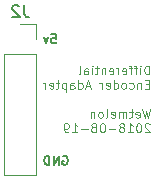
<source format=gbr>
G04 #@! TF.GenerationSoftware,KiCad,Pcbnew,(5.1.10)-1*
G04 #@! TF.CreationDate,2021-07-27T11:24:41-04:00*
G04 #@! TF.ProjectId,7ac76369a0fd96fdd889728fa7417171,37616337-3633-4363-9961-306664393666,rev?*
G04 #@! TF.SameCoordinates,Original*
G04 #@! TF.FileFunction,Legend,Bot*
G04 #@! TF.FilePolarity,Positive*
%FSLAX46Y46*%
G04 Gerber Fmt 4.6, Leading zero omitted, Abs format (unit mm)*
G04 Created by KiCad (PCBNEW (5.1.10)-1) date 2021-07-27 11:24:41*
%MOMM*%
%LPD*%
G01*
G04 APERTURE LIST*
%ADD10C,0.150000*%
%ADD11C,0.100000*%
%ADD12C,0.120000*%
G04 APERTURE END LIST*
D10*
X185229428Y-84842000D02*
X185300857Y-84806285D01*
X185408000Y-84806285D01*
X185515142Y-84842000D01*
X185586571Y-84913428D01*
X185622285Y-84984857D01*
X185658000Y-85127714D01*
X185658000Y-85234857D01*
X185622285Y-85377714D01*
X185586571Y-85449142D01*
X185515142Y-85520571D01*
X185408000Y-85556285D01*
X185336571Y-85556285D01*
X185229428Y-85520571D01*
X185193714Y-85484857D01*
X185193714Y-85234857D01*
X185336571Y-85234857D01*
X184872285Y-85556285D02*
X184872285Y-84806285D01*
X184443714Y-85556285D01*
X184443714Y-84806285D01*
X184086571Y-85556285D02*
X184086571Y-84806285D01*
X183908000Y-84806285D01*
X183800857Y-84842000D01*
X183729428Y-84913428D01*
X183693714Y-84984857D01*
X183658000Y-85127714D01*
X183658000Y-85234857D01*
X183693714Y-85377714D01*
X183729428Y-85449142D01*
X183800857Y-85520571D01*
X183908000Y-85556285D01*
X184086571Y-85556285D01*
X184257142Y-74519285D02*
X184614285Y-74519285D01*
X184650000Y-74876428D01*
X184614285Y-74840714D01*
X184542857Y-74805000D01*
X184364285Y-74805000D01*
X184292857Y-74840714D01*
X184257142Y-74876428D01*
X184221428Y-74947857D01*
X184221428Y-75126428D01*
X184257142Y-75197857D01*
X184292857Y-75233571D01*
X184364285Y-75269285D01*
X184542857Y-75269285D01*
X184614285Y-75233571D01*
X184650000Y-75197857D01*
X183971428Y-74769285D02*
X183792857Y-75269285D01*
X183614285Y-74769285D01*
D11*
X192542428Y-77899285D02*
X192542428Y-77149285D01*
X192363857Y-77149285D01*
X192256714Y-77185000D01*
X192185285Y-77256428D01*
X192149571Y-77327857D01*
X192113857Y-77470714D01*
X192113857Y-77577857D01*
X192149571Y-77720714D01*
X192185285Y-77792142D01*
X192256714Y-77863571D01*
X192363857Y-77899285D01*
X192542428Y-77899285D01*
X191792428Y-77899285D02*
X191792428Y-77399285D01*
X191792428Y-77149285D02*
X191828142Y-77185000D01*
X191792428Y-77220714D01*
X191756714Y-77185000D01*
X191792428Y-77149285D01*
X191792428Y-77220714D01*
X191542428Y-77399285D02*
X191256714Y-77399285D01*
X191435285Y-77899285D02*
X191435285Y-77256428D01*
X191399571Y-77185000D01*
X191328142Y-77149285D01*
X191256714Y-77149285D01*
X191113857Y-77399285D02*
X190828142Y-77399285D01*
X191006714Y-77899285D02*
X191006714Y-77256428D01*
X190971000Y-77185000D01*
X190899571Y-77149285D01*
X190828142Y-77149285D01*
X190292428Y-77863571D02*
X190363857Y-77899285D01*
X190506714Y-77899285D01*
X190578142Y-77863571D01*
X190613857Y-77792142D01*
X190613857Y-77506428D01*
X190578142Y-77435000D01*
X190506714Y-77399285D01*
X190363857Y-77399285D01*
X190292428Y-77435000D01*
X190256714Y-77506428D01*
X190256714Y-77577857D01*
X190613857Y-77649285D01*
X189935285Y-77899285D02*
X189935285Y-77399285D01*
X189935285Y-77542142D02*
X189899571Y-77470714D01*
X189863857Y-77435000D01*
X189792428Y-77399285D01*
X189721000Y-77399285D01*
X189185285Y-77863571D02*
X189256714Y-77899285D01*
X189399571Y-77899285D01*
X189471000Y-77863571D01*
X189506714Y-77792142D01*
X189506714Y-77506428D01*
X189471000Y-77435000D01*
X189399571Y-77399285D01*
X189256714Y-77399285D01*
X189185285Y-77435000D01*
X189149571Y-77506428D01*
X189149571Y-77577857D01*
X189506714Y-77649285D01*
X188828142Y-77399285D02*
X188828142Y-77899285D01*
X188828142Y-77470714D02*
X188792428Y-77435000D01*
X188721000Y-77399285D01*
X188613857Y-77399285D01*
X188542428Y-77435000D01*
X188506714Y-77506428D01*
X188506714Y-77899285D01*
X188256714Y-77399285D02*
X187971000Y-77399285D01*
X188149571Y-77149285D02*
X188149571Y-77792142D01*
X188113857Y-77863571D01*
X188042428Y-77899285D01*
X187971000Y-77899285D01*
X187721000Y-77899285D02*
X187721000Y-77399285D01*
X187721000Y-77149285D02*
X187756714Y-77185000D01*
X187721000Y-77220714D01*
X187685285Y-77185000D01*
X187721000Y-77149285D01*
X187721000Y-77220714D01*
X187042428Y-77899285D02*
X187042428Y-77506428D01*
X187078142Y-77435000D01*
X187149571Y-77399285D01*
X187292428Y-77399285D01*
X187363857Y-77435000D01*
X187042428Y-77863571D02*
X187113857Y-77899285D01*
X187292428Y-77899285D01*
X187363857Y-77863571D01*
X187399571Y-77792142D01*
X187399571Y-77720714D01*
X187363857Y-77649285D01*
X187292428Y-77613571D01*
X187113857Y-77613571D01*
X187042428Y-77577857D01*
X186578142Y-77899285D02*
X186649571Y-77863571D01*
X186685285Y-77792142D01*
X186685285Y-77149285D01*
X192542428Y-78731428D02*
X192292428Y-78731428D01*
X192185285Y-79124285D02*
X192542428Y-79124285D01*
X192542428Y-78374285D01*
X192185285Y-78374285D01*
X191863857Y-78624285D02*
X191863857Y-79124285D01*
X191863857Y-78695714D02*
X191828142Y-78660000D01*
X191756714Y-78624285D01*
X191649571Y-78624285D01*
X191578142Y-78660000D01*
X191542428Y-78731428D01*
X191542428Y-79124285D01*
X190863857Y-79088571D02*
X190935285Y-79124285D01*
X191078142Y-79124285D01*
X191149571Y-79088571D01*
X191185285Y-79052857D01*
X191221000Y-78981428D01*
X191221000Y-78767142D01*
X191185285Y-78695714D01*
X191149571Y-78660000D01*
X191078142Y-78624285D01*
X190935285Y-78624285D01*
X190863857Y-78660000D01*
X190435285Y-79124285D02*
X190506714Y-79088571D01*
X190542428Y-79052857D01*
X190578142Y-78981428D01*
X190578142Y-78767142D01*
X190542428Y-78695714D01*
X190506714Y-78660000D01*
X190435285Y-78624285D01*
X190328142Y-78624285D01*
X190256714Y-78660000D01*
X190221000Y-78695714D01*
X190185285Y-78767142D01*
X190185285Y-78981428D01*
X190221000Y-79052857D01*
X190256714Y-79088571D01*
X190328142Y-79124285D01*
X190435285Y-79124285D01*
X189542428Y-79124285D02*
X189542428Y-78374285D01*
X189542428Y-79088571D02*
X189613857Y-79124285D01*
X189756714Y-79124285D01*
X189828142Y-79088571D01*
X189863857Y-79052857D01*
X189899571Y-78981428D01*
X189899571Y-78767142D01*
X189863857Y-78695714D01*
X189828142Y-78660000D01*
X189756714Y-78624285D01*
X189613857Y-78624285D01*
X189542428Y-78660000D01*
X188899571Y-79088571D02*
X188971000Y-79124285D01*
X189113857Y-79124285D01*
X189185285Y-79088571D01*
X189221000Y-79017142D01*
X189221000Y-78731428D01*
X189185285Y-78660000D01*
X189113857Y-78624285D01*
X188971000Y-78624285D01*
X188899571Y-78660000D01*
X188863857Y-78731428D01*
X188863857Y-78802857D01*
X189221000Y-78874285D01*
X188542428Y-79124285D02*
X188542428Y-78624285D01*
X188542428Y-78767142D02*
X188506714Y-78695714D01*
X188471000Y-78660000D01*
X188399571Y-78624285D01*
X188328142Y-78624285D01*
X187542428Y-78910000D02*
X187185285Y-78910000D01*
X187613857Y-79124285D02*
X187363857Y-78374285D01*
X187113857Y-79124285D01*
X186542428Y-79124285D02*
X186542428Y-78374285D01*
X186542428Y-79088571D02*
X186613857Y-79124285D01*
X186756714Y-79124285D01*
X186828142Y-79088571D01*
X186863857Y-79052857D01*
X186899571Y-78981428D01*
X186899571Y-78767142D01*
X186863857Y-78695714D01*
X186828142Y-78660000D01*
X186756714Y-78624285D01*
X186613857Y-78624285D01*
X186542428Y-78660000D01*
X185863857Y-79124285D02*
X185863857Y-78731428D01*
X185899571Y-78660000D01*
X185971000Y-78624285D01*
X186113857Y-78624285D01*
X186185285Y-78660000D01*
X185863857Y-79088571D02*
X185935285Y-79124285D01*
X186113857Y-79124285D01*
X186185285Y-79088571D01*
X186221000Y-79017142D01*
X186221000Y-78945714D01*
X186185285Y-78874285D01*
X186113857Y-78838571D01*
X185935285Y-78838571D01*
X185863857Y-78802857D01*
X185506714Y-78624285D02*
X185506714Y-79374285D01*
X185506714Y-78660000D02*
X185435285Y-78624285D01*
X185292428Y-78624285D01*
X185221000Y-78660000D01*
X185185285Y-78695714D01*
X185149571Y-78767142D01*
X185149571Y-78981428D01*
X185185285Y-79052857D01*
X185221000Y-79088571D01*
X185292428Y-79124285D01*
X185435285Y-79124285D01*
X185506714Y-79088571D01*
X184935285Y-78624285D02*
X184649571Y-78624285D01*
X184828142Y-78374285D02*
X184828142Y-79017142D01*
X184792428Y-79088571D01*
X184721000Y-79124285D01*
X184649571Y-79124285D01*
X184113857Y-79088571D02*
X184185285Y-79124285D01*
X184328142Y-79124285D01*
X184399571Y-79088571D01*
X184435285Y-79017142D01*
X184435285Y-78731428D01*
X184399571Y-78660000D01*
X184328142Y-78624285D01*
X184185285Y-78624285D01*
X184113857Y-78660000D01*
X184078142Y-78731428D01*
X184078142Y-78802857D01*
X184435285Y-78874285D01*
X183756714Y-79124285D02*
X183756714Y-78624285D01*
X183756714Y-78767142D02*
X183721000Y-78695714D01*
X183685285Y-78660000D01*
X183613857Y-78624285D01*
X183542428Y-78624285D01*
X192613857Y-80824285D02*
X192435285Y-81574285D01*
X192292428Y-81038571D01*
X192149571Y-81574285D01*
X191971000Y-80824285D01*
X191399571Y-81538571D02*
X191471000Y-81574285D01*
X191613857Y-81574285D01*
X191685285Y-81538571D01*
X191721000Y-81467142D01*
X191721000Y-81181428D01*
X191685285Y-81110000D01*
X191613857Y-81074285D01*
X191471000Y-81074285D01*
X191399571Y-81110000D01*
X191363857Y-81181428D01*
X191363857Y-81252857D01*
X191721000Y-81324285D01*
X191149571Y-81074285D02*
X190863857Y-81074285D01*
X191042428Y-80824285D02*
X191042428Y-81467142D01*
X191006714Y-81538571D01*
X190935285Y-81574285D01*
X190863857Y-81574285D01*
X190613857Y-81574285D02*
X190613857Y-81074285D01*
X190613857Y-81145714D02*
X190578142Y-81110000D01*
X190506714Y-81074285D01*
X190399571Y-81074285D01*
X190328142Y-81110000D01*
X190292428Y-81181428D01*
X190292428Y-81574285D01*
X190292428Y-81181428D02*
X190256714Y-81110000D01*
X190185285Y-81074285D01*
X190078142Y-81074285D01*
X190006714Y-81110000D01*
X189971000Y-81181428D01*
X189971000Y-81574285D01*
X189328142Y-81538571D02*
X189399571Y-81574285D01*
X189542428Y-81574285D01*
X189613857Y-81538571D01*
X189649571Y-81467142D01*
X189649571Y-81181428D01*
X189613857Y-81110000D01*
X189542428Y-81074285D01*
X189399571Y-81074285D01*
X189328142Y-81110000D01*
X189292428Y-81181428D01*
X189292428Y-81252857D01*
X189649571Y-81324285D01*
X188863857Y-81574285D02*
X188935285Y-81538571D01*
X188971000Y-81467142D01*
X188971000Y-80824285D01*
X188471000Y-81574285D02*
X188542428Y-81538571D01*
X188578142Y-81502857D01*
X188613857Y-81431428D01*
X188613857Y-81217142D01*
X188578142Y-81145714D01*
X188542428Y-81110000D01*
X188471000Y-81074285D01*
X188363857Y-81074285D01*
X188292428Y-81110000D01*
X188256714Y-81145714D01*
X188221000Y-81217142D01*
X188221000Y-81431428D01*
X188256714Y-81502857D01*
X188292428Y-81538571D01*
X188363857Y-81574285D01*
X188471000Y-81574285D01*
X187899571Y-81074285D02*
X187899571Y-81574285D01*
X187899571Y-81145714D02*
X187863857Y-81110000D01*
X187792428Y-81074285D01*
X187685285Y-81074285D01*
X187613857Y-81110000D01*
X187578142Y-81181428D01*
X187578142Y-81574285D01*
X192578142Y-82120714D02*
X192542428Y-82085000D01*
X192471000Y-82049285D01*
X192292428Y-82049285D01*
X192221000Y-82085000D01*
X192185285Y-82120714D01*
X192149571Y-82192142D01*
X192149571Y-82263571D01*
X192185285Y-82370714D01*
X192613857Y-82799285D01*
X192149571Y-82799285D01*
X191685285Y-82049285D02*
X191613857Y-82049285D01*
X191542428Y-82085000D01*
X191506714Y-82120714D01*
X191471000Y-82192142D01*
X191435285Y-82335000D01*
X191435285Y-82513571D01*
X191471000Y-82656428D01*
X191506714Y-82727857D01*
X191542428Y-82763571D01*
X191613857Y-82799285D01*
X191685285Y-82799285D01*
X191756714Y-82763571D01*
X191792428Y-82727857D01*
X191828142Y-82656428D01*
X191863857Y-82513571D01*
X191863857Y-82335000D01*
X191828142Y-82192142D01*
X191792428Y-82120714D01*
X191756714Y-82085000D01*
X191685285Y-82049285D01*
X190721000Y-82799285D02*
X191149571Y-82799285D01*
X190935285Y-82799285D02*
X190935285Y-82049285D01*
X191006714Y-82156428D01*
X191078142Y-82227857D01*
X191149571Y-82263571D01*
X190292428Y-82370714D02*
X190363857Y-82335000D01*
X190399571Y-82299285D01*
X190435285Y-82227857D01*
X190435285Y-82192142D01*
X190399571Y-82120714D01*
X190363857Y-82085000D01*
X190292428Y-82049285D01*
X190149571Y-82049285D01*
X190078142Y-82085000D01*
X190042428Y-82120714D01*
X190006714Y-82192142D01*
X190006714Y-82227857D01*
X190042428Y-82299285D01*
X190078142Y-82335000D01*
X190149571Y-82370714D01*
X190292428Y-82370714D01*
X190363857Y-82406428D01*
X190399571Y-82442142D01*
X190435285Y-82513571D01*
X190435285Y-82656428D01*
X190399571Y-82727857D01*
X190363857Y-82763571D01*
X190292428Y-82799285D01*
X190149571Y-82799285D01*
X190078142Y-82763571D01*
X190042428Y-82727857D01*
X190006714Y-82656428D01*
X190006714Y-82513571D01*
X190042428Y-82442142D01*
X190078142Y-82406428D01*
X190149571Y-82370714D01*
X189685285Y-82513571D02*
X189113857Y-82513571D01*
X188613857Y-82049285D02*
X188542428Y-82049285D01*
X188471000Y-82085000D01*
X188435285Y-82120714D01*
X188399571Y-82192142D01*
X188363857Y-82335000D01*
X188363857Y-82513571D01*
X188399571Y-82656428D01*
X188435285Y-82727857D01*
X188471000Y-82763571D01*
X188542428Y-82799285D01*
X188613857Y-82799285D01*
X188685285Y-82763571D01*
X188721000Y-82727857D01*
X188756714Y-82656428D01*
X188792428Y-82513571D01*
X188792428Y-82335000D01*
X188756714Y-82192142D01*
X188721000Y-82120714D01*
X188685285Y-82085000D01*
X188613857Y-82049285D01*
X187935285Y-82370714D02*
X188006714Y-82335000D01*
X188042428Y-82299285D01*
X188078142Y-82227857D01*
X188078142Y-82192142D01*
X188042428Y-82120714D01*
X188006714Y-82085000D01*
X187935285Y-82049285D01*
X187792428Y-82049285D01*
X187721000Y-82085000D01*
X187685285Y-82120714D01*
X187649571Y-82192142D01*
X187649571Y-82227857D01*
X187685285Y-82299285D01*
X187721000Y-82335000D01*
X187792428Y-82370714D01*
X187935285Y-82370714D01*
X188006714Y-82406428D01*
X188042428Y-82442142D01*
X188078142Y-82513571D01*
X188078142Y-82656428D01*
X188042428Y-82727857D01*
X188006714Y-82763571D01*
X187935285Y-82799285D01*
X187792428Y-82799285D01*
X187721000Y-82763571D01*
X187685285Y-82727857D01*
X187649571Y-82656428D01*
X187649571Y-82513571D01*
X187685285Y-82442142D01*
X187721000Y-82406428D01*
X187792428Y-82370714D01*
X187328142Y-82513571D02*
X186756714Y-82513571D01*
X186006714Y-82799285D02*
X186435285Y-82799285D01*
X186221000Y-82799285D02*
X186221000Y-82049285D01*
X186292428Y-82156428D01*
X186363857Y-82227857D01*
X186435285Y-82263571D01*
X185649571Y-82799285D02*
X185506714Y-82799285D01*
X185435285Y-82763571D01*
X185399571Y-82727857D01*
X185328142Y-82620714D01*
X185292428Y-82477857D01*
X185292428Y-82192142D01*
X185328142Y-82120714D01*
X185363857Y-82085000D01*
X185435285Y-82049285D01*
X185578142Y-82049285D01*
X185649571Y-82085000D01*
X185685285Y-82120714D01*
X185721000Y-82192142D01*
X185721000Y-82370714D01*
X185685285Y-82442142D01*
X185649571Y-82477857D01*
X185578142Y-82513571D01*
X185435285Y-82513571D01*
X185363857Y-82477857D01*
X185328142Y-82442142D01*
X185292428Y-82370714D01*
D12*
X182940000Y-73600000D02*
X181610000Y-73600000D01*
X182940000Y-74930000D02*
X182940000Y-73600000D01*
X182940000Y-76200000D02*
X180280000Y-76200000D01*
X180280000Y-76200000D02*
X180280000Y-86420000D01*
X182940000Y-76200000D02*
X182940000Y-86420000D01*
X182940000Y-86420000D02*
X180280000Y-86420000D01*
D10*
X181943333Y-72052380D02*
X181943333Y-72766666D01*
X181990952Y-72909523D01*
X182086190Y-73004761D01*
X182229047Y-73052380D01*
X182324285Y-73052380D01*
X181514761Y-72147619D02*
X181467142Y-72100000D01*
X181371904Y-72052380D01*
X181133809Y-72052380D01*
X181038571Y-72100000D01*
X180990952Y-72147619D01*
X180943333Y-72242857D01*
X180943333Y-72338095D01*
X180990952Y-72480952D01*
X181562380Y-73052380D01*
X180943333Y-73052380D01*
M02*

</source>
